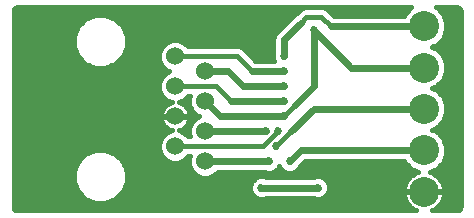
<source format=gbl>
G75*
%MOIN*%
%OFA0B0*%
%FSLAX24Y24*%
%IPPOS*%
%LPD*%
%AMOC8*
5,1,8,0,0,1.08239X$1,22.5*
%
%ADD10C,0.0600*%
%ADD11C,0.1000*%
%ADD12C,0.0160*%
%ADD13C,0.0270*%
%ADD14C,0.0220*%
%ADD15C,0.0180*%
D10*
X005805Y002555D03*
X006805Y003055D03*
X005805Y003555D03*
X006805Y004055D03*
X005805Y004555D03*
X006805Y005055D03*
X005805Y005555D03*
X006805Y002055D03*
D11*
X014094Y002427D03*
X014094Y001049D03*
X014094Y003805D03*
X014094Y005183D03*
X014094Y006561D03*
D12*
X000480Y000443D02*
X000443Y000480D01*
X000423Y000529D01*
X000420Y000555D01*
X000420Y007055D01*
X000423Y007081D01*
X000443Y007130D01*
X000480Y007167D01*
X000529Y007187D01*
X000555Y007190D01*
X013679Y007190D01*
X013675Y007188D01*
X013467Y006980D01*
X013438Y006911D01*
X011089Y006911D01*
X010861Y007139D01*
X010744Y007187D01*
X010116Y007187D01*
X009999Y007139D01*
X009867Y007007D01*
X009794Y006977D01*
X009133Y006316D01*
X009080Y006187D01*
X009080Y006048D01*
X009080Y005690D01*
X009055Y005630D01*
X009055Y005480D01*
X009086Y005405D01*
X008484Y005405D01*
X008147Y005742D01*
X008054Y005835D01*
X007933Y005885D01*
X006239Y005885D01*
X006111Y006013D01*
X005912Y006095D01*
X005698Y006095D01*
X005499Y006013D01*
X005347Y005861D01*
X005265Y005662D01*
X005265Y005448D01*
X005347Y005249D01*
X005499Y005097D01*
X005601Y005055D01*
X005499Y005013D01*
X005347Y004861D01*
X005265Y004662D01*
X005265Y004448D01*
X005347Y004249D01*
X005499Y004097D01*
X005684Y004020D01*
X005621Y004000D01*
X005553Y003966D01*
X005492Y003921D01*
X005439Y003868D01*
X005394Y003807D01*
X005360Y003739D01*
X005337Y003667D01*
X000420Y003667D01*
X000420Y003509D02*
X005326Y003509D01*
X005325Y003517D02*
X005337Y003443D01*
X005360Y003371D01*
X005394Y003303D01*
X005439Y003242D01*
X005492Y003189D01*
X005553Y003144D01*
X005621Y003110D01*
X005684Y003090D01*
X005499Y003013D01*
X005347Y002861D01*
X005265Y002662D01*
X005265Y002448D01*
X005347Y002249D01*
X005499Y002097D01*
X005698Y002015D01*
X005912Y002015D01*
X006111Y002097D01*
X006239Y002225D01*
X006291Y002225D01*
X006265Y002162D01*
X006265Y001948D01*
X006347Y001749D01*
X006499Y001597D01*
X006698Y001515D01*
X006912Y001515D01*
X007111Y001597D01*
X007219Y001705D01*
X008795Y001705D01*
X008855Y001680D01*
X009005Y001680D01*
X009142Y001737D01*
X009248Y001843D01*
X009274Y001905D01*
X009300Y001843D01*
X009405Y001737D01*
X009543Y001680D01*
X009692Y001680D01*
X009830Y001737D01*
X009935Y001843D01*
X009960Y001903D01*
X010135Y002077D01*
X013438Y002077D01*
X013467Y002008D01*
X013675Y001800D01*
X013908Y001703D01*
X013875Y001694D01*
X013793Y001660D01*
X013716Y001616D01*
X013645Y001561D01*
X013582Y001498D01*
X013528Y001428D01*
X013483Y001350D01*
X013449Y001268D01*
X013426Y001182D01*
X013414Y001094D01*
X013414Y001068D01*
X014076Y001068D01*
X014076Y001031D01*
X013414Y001031D01*
X013414Y001005D01*
X013426Y000916D01*
X013449Y000830D01*
X013483Y000748D01*
X013528Y000670D01*
X013582Y000600D01*
X013645Y000537D01*
X013716Y000482D01*
X013793Y000438D01*
X013836Y000420D01*
X000555Y000420D01*
X000529Y000423D01*
X000480Y000443D01*
X000436Y000497D02*
X013697Y000497D01*
X013539Y000656D02*
X000420Y000656D01*
X000420Y000814D02*
X002801Y000814D01*
X002807Y000809D02*
X003130Y000675D01*
X003480Y000675D01*
X003803Y000809D01*
X004051Y001057D01*
X004185Y001380D01*
X004185Y001730D01*
X004051Y002053D01*
X003803Y002301D01*
X003480Y002435D01*
X003130Y002435D01*
X002807Y002301D01*
X002559Y002053D01*
X002425Y001730D01*
X002425Y001380D01*
X002559Y001057D01*
X002807Y000809D01*
X002643Y000973D02*
X000420Y000973D01*
X000420Y001131D02*
X002528Y001131D01*
X002462Y001290D02*
X000420Y001290D01*
X000420Y001448D02*
X002425Y001448D01*
X002425Y001607D02*
X000420Y001607D01*
X000420Y001765D02*
X002439Y001765D01*
X002505Y001924D02*
X000420Y001924D01*
X000420Y002082D02*
X002587Y002082D01*
X002746Y002241D02*
X000420Y002241D01*
X000420Y002399D02*
X003043Y002399D01*
X003567Y002399D02*
X005285Y002399D01*
X005265Y002558D02*
X000420Y002558D01*
X000420Y002716D02*
X005287Y002716D01*
X005361Y002875D02*
X000420Y002875D01*
X000420Y003033D02*
X005548Y003033D01*
X005490Y003192D02*
X000420Y003192D01*
X000420Y003350D02*
X005371Y003350D01*
X005325Y003517D02*
X005325Y003547D01*
X005797Y003547D01*
X005797Y003563D01*
X005325Y003563D01*
X005325Y003593D01*
X005337Y003667D01*
X005408Y003826D02*
X000420Y003826D01*
X000420Y003984D02*
X005590Y003984D01*
X005454Y004143D02*
X000420Y004143D01*
X000420Y004301D02*
X005326Y004301D01*
X005265Y004460D02*
X000420Y004460D01*
X000420Y004618D02*
X005265Y004618D01*
X005312Y004777D02*
X000420Y004777D01*
X000420Y004935D02*
X005421Y004935D01*
X005508Y005094D02*
X000420Y005094D01*
X000420Y005252D02*
X002944Y005252D01*
X002807Y005309D02*
X003130Y005175D01*
X003480Y005175D01*
X003803Y005309D01*
X004051Y005557D01*
X004185Y005880D01*
X004185Y006230D01*
X004051Y006553D01*
X003803Y006801D01*
X003480Y006935D01*
X003130Y006935D01*
X002807Y006801D01*
X002559Y006553D01*
X002425Y006230D01*
X002425Y005880D01*
X002559Y005557D01*
X002807Y005309D01*
X002705Y005411D02*
X000420Y005411D01*
X000420Y005569D02*
X002554Y005569D01*
X002488Y005728D02*
X000420Y005728D01*
X000420Y005886D02*
X002425Y005886D01*
X002425Y006045D02*
X000420Y006045D01*
X000420Y006203D02*
X002425Y006203D01*
X002479Y006362D02*
X000420Y006362D01*
X000420Y006520D02*
X002545Y006520D01*
X002684Y006679D02*
X000420Y006679D01*
X000420Y006837D02*
X002893Y006837D01*
X003717Y006837D02*
X009655Y006837D01*
X009496Y006679D02*
X003926Y006679D01*
X004065Y006520D02*
X009338Y006520D01*
X009179Y006362D02*
X004131Y006362D01*
X004185Y006203D02*
X009087Y006203D01*
X009080Y006045D02*
X006034Y006045D01*
X006238Y005886D02*
X009080Y005886D01*
X009080Y005728D02*
X008162Y005728D01*
X008320Y005569D02*
X009055Y005569D01*
X009084Y005411D02*
X008479Y005411D01*
X009993Y006680D02*
X010180Y006868D01*
X010680Y006868D01*
X010987Y006561D01*
X011005Y006996D02*
X013482Y006996D01*
X013641Y007154D02*
X010824Y007154D01*
X010036Y007154D02*
X000467Y007154D01*
X000420Y006996D02*
X009840Y006996D01*
X005576Y006045D02*
X004185Y006045D01*
X004185Y005886D02*
X005372Y005886D01*
X005292Y005728D02*
X004122Y005728D01*
X004056Y005569D02*
X005265Y005569D01*
X005280Y005411D02*
X003905Y005411D01*
X003666Y005252D02*
X005346Y005252D01*
X006239Y004225D02*
X006291Y004225D01*
X006265Y004162D01*
X006265Y003948D01*
X006347Y003749D01*
X006499Y003597D01*
X006601Y003555D01*
X006499Y003513D01*
X006347Y003361D01*
X006265Y003162D01*
X006265Y002948D01*
X006291Y002885D01*
X006239Y002885D01*
X006111Y003013D01*
X005926Y003090D01*
X005989Y003110D01*
X006057Y003144D01*
X006118Y003189D01*
X006171Y003242D01*
X006216Y003303D01*
X006250Y003371D01*
X006273Y003443D01*
X006285Y003517D01*
X006285Y003547D01*
X005813Y003547D01*
X005813Y003563D01*
X006285Y003563D01*
X006285Y003593D01*
X006273Y003667D01*
X006429Y003667D01*
X006273Y003667D02*
X006250Y003739D01*
X006216Y003807D01*
X006171Y003868D01*
X006118Y003921D01*
X006057Y003966D01*
X005989Y004000D01*
X005926Y004020D01*
X006111Y004097D01*
X006239Y004225D01*
X006265Y004143D02*
X006156Y004143D01*
X006265Y003984D02*
X006020Y003984D01*
X006202Y003826D02*
X006316Y003826D01*
X006284Y003509D02*
X006495Y003509D01*
X006343Y003350D02*
X006239Y003350D01*
X006277Y003192D02*
X006120Y003192D01*
X006062Y003033D02*
X006265Y003033D01*
X005356Y002241D02*
X003864Y002241D01*
X004023Y002082D02*
X005536Y002082D01*
X006074Y002082D02*
X006265Y002082D01*
X006275Y001924D02*
X004105Y001924D01*
X004171Y001765D02*
X006341Y001765D01*
X006490Y001607D02*
X004185Y001607D01*
X004185Y001448D02*
X008418Y001448D01*
X008468Y001498D02*
X008362Y001392D01*
X008305Y001255D01*
X008305Y001105D01*
X008362Y000968D01*
X008468Y000862D01*
X008605Y000805D01*
X008755Y000805D01*
X008815Y000830D01*
X010420Y000830D01*
X010480Y000805D01*
X010630Y000805D01*
X010767Y000862D01*
X010873Y000968D01*
X010930Y001105D01*
X010930Y001255D01*
X010873Y001392D01*
X010767Y001498D01*
X010630Y001555D01*
X010480Y001555D01*
X010420Y001530D01*
X008815Y001530D01*
X008755Y001555D01*
X008605Y001555D01*
X008468Y001498D01*
X008319Y001290D02*
X004148Y001290D01*
X004082Y001131D02*
X008305Y001131D01*
X008360Y000973D02*
X003967Y000973D01*
X003809Y000814D02*
X008584Y000814D01*
X008776Y000814D02*
X010459Y000814D01*
X010651Y000814D02*
X013456Y000814D01*
X013419Y000973D02*
X010875Y000973D01*
X010930Y001131D02*
X013419Y001131D01*
X013458Y001290D02*
X010916Y001290D01*
X010817Y001448D02*
X013543Y001448D01*
X013704Y001607D02*
X007120Y001607D01*
X008743Y002555D02*
X009243Y003055D01*
X009680Y003055D02*
X009180Y002555D01*
X009981Y001924D02*
X013551Y001924D01*
X013759Y001765D02*
X009858Y001765D01*
X009377Y001765D02*
X009170Y001765D01*
X009430Y003555D02*
X009805Y003930D01*
X014365Y004494D02*
X014514Y004556D01*
X014722Y004764D01*
X014834Y005036D01*
X014834Y005330D01*
X014722Y005602D01*
X014514Y005810D01*
X014365Y005872D01*
X014514Y005934D01*
X014722Y006142D01*
X014834Y006414D01*
X014834Y006708D01*
X014722Y006980D01*
X014514Y007188D01*
X014509Y007190D01*
X015132Y007190D01*
X015180Y007190D01*
X015206Y007187D01*
X015255Y007167D01*
X015292Y007130D01*
X015312Y007081D01*
X015315Y007055D01*
X015315Y000555D01*
X015312Y000529D01*
X015292Y000480D01*
X015255Y000443D01*
X015206Y000423D01*
X015180Y000420D01*
X014353Y000420D01*
X014396Y000438D01*
X014473Y000482D01*
X014544Y000537D01*
X014607Y000600D01*
X014661Y000670D01*
X014706Y000748D01*
X014740Y000830D01*
X014763Y000916D01*
X014774Y001005D01*
X014774Y001031D01*
X014113Y001031D01*
X014113Y001068D01*
X014774Y001068D01*
X014774Y001094D01*
X014763Y001182D01*
X014740Y001268D01*
X014706Y001350D01*
X014661Y001428D01*
X014607Y001498D01*
X014544Y001561D01*
X014473Y001616D01*
X014396Y001660D01*
X014313Y001694D01*
X014281Y001703D01*
X014514Y001800D01*
X014722Y002008D01*
X014834Y002280D01*
X014834Y002574D01*
X014722Y002846D01*
X014514Y003054D01*
X014365Y003116D01*
X014514Y003178D01*
X014722Y003386D01*
X014834Y003658D01*
X014834Y003952D01*
X014722Y004224D01*
X014514Y004432D01*
X014365Y004494D01*
X014448Y004460D02*
X015315Y004460D01*
X015315Y004618D02*
X014576Y004618D01*
X014727Y004777D02*
X015315Y004777D01*
X015315Y004935D02*
X014793Y004935D01*
X014834Y005094D02*
X015315Y005094D01*
X015315Y005252D02*
X014834Y005252D01*
X014801Y005411D02*
X015315Y005411D01*
X015315Y005569D02*
X014735Y005569D01*
X014596Y005728D02*
X015315Y005728D01*
X015315Y005886D02*
X014399Y005886D01*
X014624Y006045D02*
X015315Y006045D01*
X015315Y006203D02*
X014747Y006203D01*
X014813Y006362D02*
X015315Y006362D01*
X015315Y006520D02*
X014834Y006520D01*
X014834Y006679D02*
X015315Y006679D01*
X015315Y006837D02*
X014781Y006837D01*
X014706Y006996D02*
X015315Y006996D01*
X015268Y007154D02*
X014548Y007154D01*
X014645Y004301D02*
X015315Y004301D01*
X015315Y004143D02*
X014756Y004143D01*
X014821Y003984D02*
X015315Y003984D01*
X015315Y003826D02*
X014834Y003826D01*
X014834Y003667D02*
X015315Y003667D01*
X015315Y003509D02*
X014773Y003509D01*
X014686Y003350D02*
X015315Y003350D01*
X015315Y003192D02*
X014527Y003192D01*
X014535Y003033D02*
X015315Y003033D01*
X015315Y002875D02*
X014693Y002875D01*
X014776Y002716D02*
X015315Y002716D01*
X015315Y002558D02*
X014834Y002558D01*
X014834Y002399D02*
X015315Y002399D01*
X015315Y002241D02*
X014818Y002241D01*
X014752Y002082D02*
X015315Y002082D01*
X015315Y001924D02*
X014637Y001924D01*
X014430Y001765D02*
X015315Y001765D01*
X015315Y001607D02*
X014485Y001607D01*
X014645Y001448D02*
X015315Y001448D01*
X015315Y001290D02*
X014731Y001290D01*
X014769Y001131D02*
X015315Y001131D01*
X015315Y000973D02*
X014770Y000973D01*
X014733Y000814D02*
X015315Y000814D01*
X015315Y000656D02*
X014649Y000656D01*
X014492Y000497D02*
X015299Y000497D01*
D13*
X010555Y001180D03*
X009618Y002055D03*
X008930Y002055D03*
X009180Y002555D03*
X009243Y003055D03*
X008836Y003055D03*
X009430Y003555D03*
X009430Y004055D03*
X009430Y004555D03*
X009430Y005055D03*
X009430Y005555D03*
X010430Y006430D03*
X008680Y001180D03*
D14*
X010555Y001180D01*
X009618Y002055D02*
X009990Y002427D01*
X014094Y002427D01*
X014094Y003805D02*
X010430Y003805D01*
X009680Y003055D01*
X008836Y003055D02*
X006805Y003055D01*
X007305Y003555D02*
X006805Y004055D01*
X007680Y004055D02*
X009430Y004055D01*
X009805Y003930D02*
X010430Y004555D01*
X010430Y006430D01*
X011677Y005183D01*
X014094Y005183D01*
X014094Y006561D02*
X010987Y006561D01*
X009993Y006680D02*
X009430Y006118D01*
X009430Y005555D01*
X009430Y005055D02*
X008368Y005055D01*
X008055Y004555D02*
X007555Y005055D01*
X006805Y005055D01*
X008055Y004555D02*
X009430Y004555D01*
X009430Y003555D02*
X007305Y003555D01*
X006805Y002055D02*
X008930Y002055D01*
D15*
X008743Y002555D02*
X005805Y002555D01*
X007680Y004055D02*
X007180Y004555D01*
X005805Y004555D01*
X005805Y005555D02*
X007868Y005555D01*
X008368Y005055D01*
M02*

</source>
